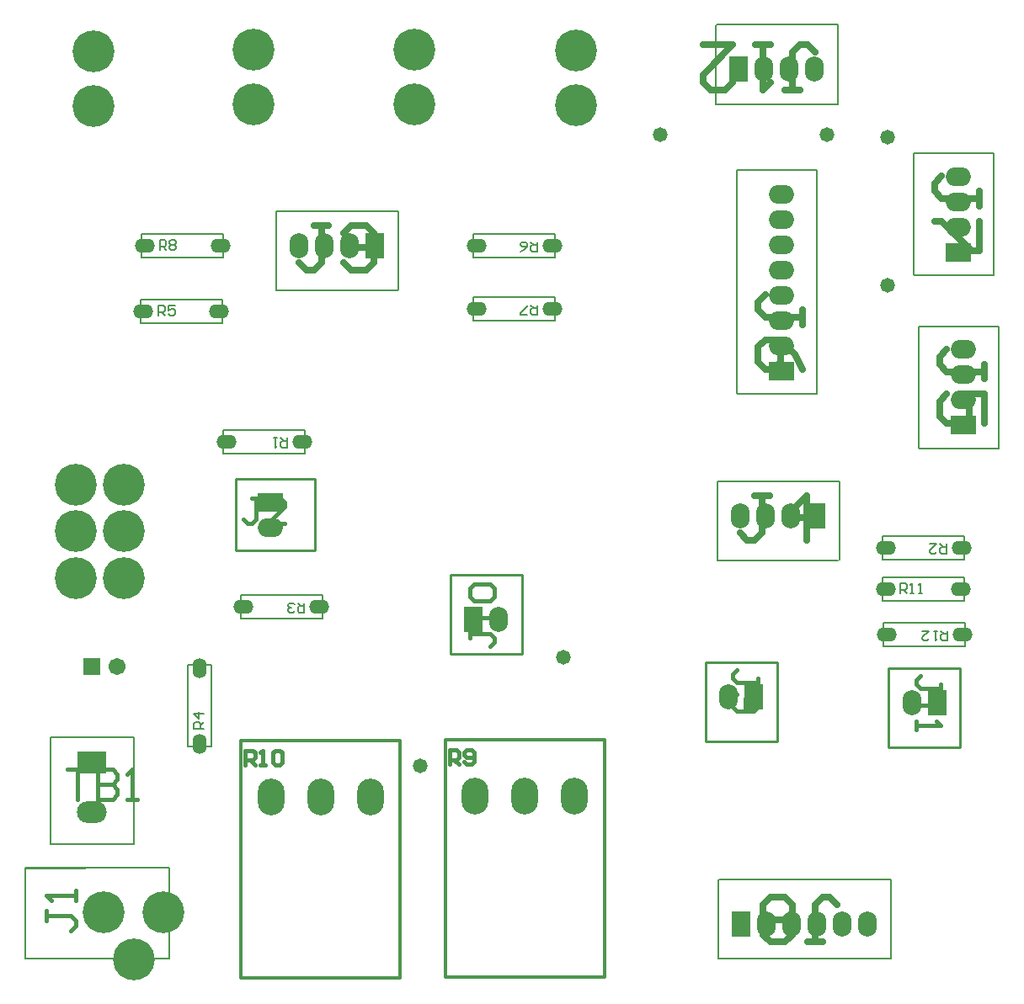
<source format=gbs>
G04*
G04 #@! TF.GenerationSoftware,Altium Limited,Altium Designer,22.5.1 (42)*
G04*
G04 Layer_Color=16711935*
%FSLAX44Y44*%
%MOMM*%
G71*
G04*
G04 #@! TF.SameCoordinates,2238DE84-C422-4DFA-8E31-384DE279FC20*
G04*
G04*
G04 #@! TF.FilePolarity,Negative*
G04*
G01*
G75*
%ADD10C,0.2540*%
%ADD11C,0.2000*%
%ADD12C,0.3000*%
%ADD13C,0.1500*%
%ADD14C,0.4000*%
%ADD15C,0.7000*%
%ADD16C,0.4500*%
%ADD17O,2.0032X1.4032*%
%ADD18O,1.9032X2.5032*%
%ADD19R,1.9032X2.5032*%
%ADD20C,4.2032*%
%ADD21C,1.7032*%
%ADD22R,1.7032X1.7032*%
%ADD23R,2.5032X1.9032*%
%ADD24O,2.5032X1.9032*%
%ADD25O,2.7032X3.7032*%
%ADD26O,1.4032X2.0032*%
%ADD27R,3.0032X2.2032*%
%ADD28O,3.0032X2.2032*%
%ADD29C,1.4732*%
D10*
X946912Y246077D02*
X1019048D01*
Y325579D01*
X946912D02*
X1019048D01*
X946912Y246077D02*
Y325579D01*
X290371Y443992D02*
X369873D01*
X290371D02*
Y516128D01*
X369873D01*
Y443992D02*
Y516128D01*
X762762Y252428D02*
Y331929D01*
X834898D01*
Y252428D02*
Y331929D01*
X762762Y252428D02*
X834898D01*
X578358Y339901D02*
Y419403D01*
X506222Y339901D02*
X578358D01*
X506222D02*
Y419403D01*
X578358D01*
D11*
X941190Y459040D02*
X1023190D01*
X941190Y435040D02*
Y459040D01*
Y435040D02*
X1023190D01*
Y459040D01*
X940810Y393130D02*
X1022810D01*
Y417130D01*
X940810D02*
X1022810D01*
X940810Y393130D02*
Y417130D01*
X941880Y371410D02*
X1023880D01*
X941880Y347410D02*
Y371410D01*
Y347410D02*
X1023880D01*
Y371410D01*
X775330Y33580D02*
Y112580D01*
X776330Y113580D01*
X949330D01*
Y33580D02*
Y113580D01*
X775330Y33580D02*
X949330D01*
X773790Y973370D02*
X895604D01*
Y893370D02*
Y973370D01*
X772790Y893370D02*
Y972370D01*
Y893370D02*
X895604D01*
X774446Y433790D02*
X896260D01*
X774446D02*
Y513790D01*
X897260Y434790D02*
Y513790D01*
X774446D02*
X897260D01*
X331216Y705570D02*
X453030D01*
X331216D02*
Y785570D01*
X454030Y706570D02*
Y785570D01*
X331216D02*
X454030D01*
X266000Y246810D02*
Y328810D01*
X242000D02*
X266000D01*
X242000Y246810D02*
Y328810D01*
Y246810D02*
X266000D01*
X104050Y256240D02*
X188050D01*
Y148990D02*
Y256240D01*
X104050Y148990D02*
X188050D01*
X104050D02*
Y256240D01*
X278250Y565720D02*
X360250D01*
X278250Y541720D02*
Y565720D01*
Y541720D02*
X360250D01*
Y565720D01*
X529710Y699070D02*
X611710D01*
X529710Y675070D02*
Y699070D01*
Y675070D02*
X611710D01*
Y699070D01*
X194740Y672530D02*
X276740D01*
Y696530D01*
X194740D02*
X276740D01*
X194740Y672530D02*
Y696530D01*
X529710Y762570D02*
X611710D01*
X529710Y738570D02*
Y762570D01*
Y738570D02*
X611710D01*
Y762570D01*
X295450Y399350D02*
X377450D01*
X295450Y375350D02*
Y399350D01*
Y375350D02*
X377450D01*
Y399350D01*
X196010Y738570D02*
X278010D01*
Y762570D01*
X196010D02*
X278010D01*
X196010Y738570D02*
Y762570D01*
X78988Y34010D02*
Y124010D01*
Y125010D02*
X223988D01*
X223988Y34010D02*
Y124010D01*
X78988Y34010D02*
X223988D01*
X78988Y124010D02*
X138988D01*
X874470Y601340D02*
Y827024D01*
X795470Y601340D02*
X874470D01*
X794470Y827024D02*
X874470D01*
X794470Y602340D02*
Y827024D01*
X977350Y547730D02*
Y669544D01*
X1057350D01*
X978350Y546730D02*
X1057350D01*
Y669544D01*
X972270Y721720D02*
Y843534D01*
X1052270D01*
X973270Y720720D02*
X1052270D01*
Y843534D01*
D12*
X295920Y253200D02*
X296920D01*
X295920Y14200D02*
Y253200D01*
Y14200D02*
X455920D01*
Y253200D01*
X295920D02*
X455920D01*
X501190Y253850D02*
X502190D01*
X501190Y14850D02*
Y253850D01*
Y14850D02*
X661190D01*
Y253850D01*
X501190D02*
X661190D01*
D13*
X1005190Y451040D02*
Y441043D01*
X1000192D01*
X998525Y442709D01*
Y446042D01*
X1000192Y447708D01*
X1005190D01*
X1001858D02*
X998525Y451040D01*
X988529D02*
X995193D01*
X988529Y444375D01*
Y442709D01*
X990195Y441043D01*
X993527D01*
X995193Y442709D01*
X958810Y401130D02*
Y411127D01*
X963808D01*
X965474Y409461D01*
Y406128D01*
X963808Y404462D01*
X958810D01*
X962142D02*
X965474Y401130D01*
X968807D02*
X972139D01*
X970473D01*
Y411127D01*
X968807Y409461D01*
X977137Y401130D02*
X980470D01*
X978804D01*
Y411127D01*
X977137Y409461D01*
X1005880Y363410D02*
Y353413D01*
X1000882D01*
X999215Y355079D01*
Y358412D01*
X1000882Y360078D01*
X1005880D01*
X1002548D02*
X999215Y363410D01*
X995883D02*
X992551D01*
X994217D01*
Y353413D01*
X995883Y355079D01*
X980888Y363410D02*
X987553D01*
X980888Y356745D01*
Y355079D01*
X982554Y353413D01*
X985886D01*
X987553Y355079D01*
X258000Y264810D02*
X248003D01*
Y269808D01*
X249669Y271474D01*
X253002D01*
X254668Y269808D01*
Y264810D01*
Y268142D02*
X258000Y271474D01*
Y279805D02*
X248003D01*
X253002Y274807D01*
Y281471D01*
X342250Y557720D02*
Y547723D01*
X337252D01*
X335586Y549389D01*
Y552722D01*
X337252Y554388D01*
X342250D01*
X338918D02*
X335586Y557720D01*
X332253D02*
X328921D01*
X330587D01*
Y547723D01*
X332253Y549389D01*
X593710Y691070D02*
Y681073D01*
X588712D01*
X587046Y682739D01*
Y686072D01*
X588712Y687738D01*
X593710D01*
X590378D02*
X587046Y691070D01*
X583713Y681073D02*
X577049D01*
Y682739D01*
X583713Y689404D01*
Y691070D01*
X212740Y680530D02*
Y690527D01*
X217738D01*
X219405Y688861D01*
Y685528D01*
X217738Y683862D01*
X212740D01*
X216072D02*
X219405Y680530D01*
X229401Y690527D02*
X222737D01*
Y685528D01*
X226069Y687195D01*
X227735D01*
X229401Y685528D01*
Y682196D01*
X227735Y680530D01*
X224403D01*
X222737Y682196D01*
X593710Y754570D02*
Y744573D01*
X588712D01*
X587046Y746239D01*
Y749572D01*
X588712Y751238D01*
X593710D01*
X590378D02*
X587046Y754570D01*
X577049Y744573D02*
X580381Y746239D01*
X583713Y749572D01*
Y752904D01*
X582047Y754570D01*
X578715D01*
X577049Y752904D01*
Y751238D01*
X578715Y749572D01*
X583713D01*
X359450Y391350D02*
Y381353D01*
X354452D01*
X352785Y383019D01*
Y386352D01*
X354452Y388018D01*
X359450D01*
X356118D02*
X352785Y391350D01*
X349453Y383019D02*
X347787Y381353D01*
X344455D01*
X342789Y383019D01*
Y384686D01*
X344455Y386352D01*
X346121D01*
X344455D01*
X342789Y388018D01*
Y389684D01*
X344455Y391350D01*
X347787D01*
X349453Y389684D01*
X214010Y746570D02*
Y756567D01*
X219008D01*
X220674Y754901D01*
Y751568D01*
X219008Y749902D01*
X214010D01*
X217342D02*
X220674Y746570D01*
X224007Y754901D02*
X225673Y756567D01*
X229005D01*
X230671Y754901D01*
Y753234D01*
X229005Y751568D01*
X230671Y749902D01*
Y748236D01*
X229005Y746570D01*
X225673D01*
X224007Y748236D01*
Y749902D01*
X225673Y751568D01*
X224007Y753234D01*
Y754901D01*
X225673Y751568D02*
X229005D01*
D14*
X999472Y301169D02*
Y309499D01*
Y305334D01*
X978645D01*
X974480Y309499D01*
Y313665D01*
X978645Y317830D01*
X974480Y292838D02*
Y284507D01*
Y288673D01*
X999472D01*
X995307Y292838D01*
X974480Y272012D02*
Y263681D01*
Y267846D01*
X999472D01*
X995307Y272012D01*
X314781Y496552D02*
X306451D01*
X310616D01*
Y475725D01*
X306451Y471560D01*
X302285D01*
X298120Y475725D01*
X339773Y471560D02*
X323112D01*
X339773Y488221D01*
Y492387D01*
X335608Y496552D01*
X327277D01*
X323112Y492387D01*
X299920Y228200D02*
Y243195D01*
X307418D01*
X309917Y240696D01*
Y235698D01*
X307418Y233198D01*
X299920D01*
X304918D02*
X309917Y228200D01*
X314915D02*
X319914D01*
X317414D01*
Y243195D01*
X314915Y240696D01*
X327411D02*
X329910Y243195D01*
X334909D01*
X337408Y240696D01*
Y230699D01*
X334909Y228200D01*
X329910D01*
X327411Y230699D01*
Y240696D01*
X505190Y228850D02*
Y243845D01*
X512688D01*
X515187Y241346D01*
Y236348D01*
X512688Y233848D01*
X505190D01*
X510188D02*
X515187Y228850D01*
X520185Y231349D02*
X522684Y228850D01*
X527683D01*
X530182Y231349D01*
Y241346D01*
X527683Y243845D01*
X522684D01*
X520185Y241346D01*
Y238847D01*
X522684Y236348D01*
X530182D01*
X815322Y307519D02*
Y315849D01*
Y311684D01*
X794495D01*
X790330Y315849D01*
Y320015D01*
X794495Y324180D01*
Y299188D02*
X790330Y295023D01*
Y286692D01*
X794495Y282527D01*
X811157D01*
X815322Y286692D01*
Y295023D01*
X811157Y299188D01*
X806991D01*
X802826Y295023D01*
Y282527D01*
X525798Y364311D02*
Y355981D01*
Y360146D01*
X546625D01*
X550790Y355981D01*
Y351815D01*
X546625Y347650D01*
X550790Y372642D02*
Y380973D01*
Y376807D01*
X525798D01*
X529963Y372642D01*
Y393469D02*
X525798Y397634D01*
Y405965D01*
X529963Y410130D01*
X546625D01*
X550790Y405965D01*
Y397634D01*
X546625Y393469D01*
X529963D01*
D15*
X865360Y50265D02*
X880355D01*
X872857D01*
Y87752D01*
X880355Y95250D01*
X887852D01*
X895350Y87752D01*
X850365Y57762D02*
X842867Y50265D01*
X827872D01*
X820374Y57762D01*
Y65260D01*
X827872Y72757D01*
X820374Y80255D01*
Y87752D01*
X827872Y95250D01*
X842867D01*
X850365Y87752D01*
Y80255D01*
X842867Y72757D01*
X850365Y65260D01*
Y57762D01*
X842867Y72757D02*
X827872D01*
X842754Y907768D02*
X857749D01*
X850251D01*
Y945256D01*
X857749Y952754D01*
X865246D01*
X872744Y945256D01*
X827758Y952754D02*
X812763D01*
X820261D01*
Y907768D01*
X827758Y915266D01*
X760280Y952754D02*
X790271D01*
X760280Y922764D01*
Y915266D01*
X767778Y907768D01*
X782773D01*
X790271Y915266D01*
X827296Y499392D02*
X812301D01*
X819799D01*
Y461904D01*
X812301Y454406D01*
X804804D01*
X797306Y461904D01*
X864784Y454406D02*
Y499392D01*
X842291Y476899D01*
X872282D01*
X384066Y771171D02*
X369071D01*
X376569D01*
Y733684D01*
X369071Y726186D01*
X361574D01*
X354076Y733684D01*
X399062Y763674D02*
X406559Y771171D01*
X421554D01*
X429052Y763674D01*
Y756176D01*
X421554Y748679D01*
X414057D01*
X421554D01*
X429052Y741181D01*
Y733684D01*
X421554Y726186D01*
X406559D01*
X399062Y733684D01*
X860455Y671350D02*
Y686345D01*
Y678847D01*
X822968D01*
X815470Y686345D01*
Y693842D01*
X822968Y701340D01*
X860455Y626364D02*
X852958Y641359D01*
X837963Y656355D01*
X822968D01*
X815470Y648857D01*
Y633862D01*
X822968Y626364D01*
X830465D01*
X837963Y633862D01*
Y656355D01*
X1042952Y616694D02*
Y631689D01*
Y624191D01*
X1005464D01*
X997966Y631689D01*
Y639186D01*
X1005464Y646684D01*
X1042952Y571708D02*
Y601698D01*
X1020459D01*
X1027956Y586703D01*
Y579206D01*
X1020459Y571708D01*
X1005464D01*
X997966Y579206D01*
Y594201D01*
X1005464Y601698D01*
X1037871Y790684D02*
Y805679D01*
Y798181D01*
X1000384D01*
X992886Y805679D01*
Y813176D01*
X1000384Y820674D01*
X1037871Y775688D02*
Y745698D01*
X1030374D01*
X1000384Y775688D01*
X992886D01*
D16*
X121550Y223980D02*
X141544D01*
X131547D01*
Y193990D01*
X151540Y223980D02*
Y193990D01*
X166535D01*
X171534Y198988D01*
Y203987D01*
X166535Y208985D01*
X151540D01*
X166535D01*
X171534Y213983D01*
Y218982D01*
X166535Y223980D01*
X151540D01*
X181531Y193990D02*
X191527D01*
X186529D01*
Y223980D01*
X181531Y218982D01*
X99998Y82003D02*
Y72007D01*
Y77005D01*
X124990D01*
X129988Y72007D01*
Y67008D01*
X124990Y62010D01*
X129988Y92000D02*
Y101997D01*
Y96999D01*
X99998D01*
X104996Y92000D01*
D17*
X1020190Y447040D02*
D03*
X944190D02*
D03*
X943810Y405130D02*
D03*
X1019810D02*
D03*
X1020880Y359410D02*
D03*
X944880D02*
D03*
X357250Y553720D02*
D03*
X281250D02*
D03*
X608710Y687070D02*
D03*
X532710D02*
D03*
X197740Y684530D02*
D03*
X273740D02*
D03*
X608710Y750570D02*
D03*
X532710D02*
D03*
X374450Y387350D02*
D03*
X298450D02*
D03*
X199010Y750570D02*
D03*
X275010D02*
D03*
D18*
X970280Y290830D02*
D03*
X824230Y68580D02*
D03*
X849630D02*
D03*
X875030D02*
D03*
X900430D02*
D03*
X925830D02*
D03*
X821690Y928370D02*
D03*
X847090D02*
D03*
X872490D02*
D03*
X848360Y478790D02*
D03*
X822960D02*
D03*
X797560D02*
D03*
X405130Y750570D02*
D03*
X379730D02*
D03*
X354330D02*
D03*
X786130Y297180D02*
D03*
X554990Y374650D02*
D03*
D19*
X995680Y290830D02*
D03*
X798830Y68580D02*
D03*
X796290Y928370D02*
D03*
X873760Y478790D02*
D03*
X430530Y750570D02*
D03*
X811530Y297180D02*
D03*
X529590Y374650D02*
D03*
D20*
X129540Y510550D02*
D03*
X177540D02*
D03*
X129540Y463550D02*
D03*
Y416550D02*
D03*
X177540Y463550D02*
D03*
Y416550D02*
D03*
X308610Y947810D02*
D03*
Y892810D02*
D03*
X147320Y946150D02*
D03*
Y891150D02*
D03*
X632460Y947420D02*
D03*
Y892420D02*
D03*
X469900Y947810D02*
D03*
Y892810D02*
D03*
X187988Y33010D02*
D03*
X217988Y80010D02*
D03*
X157988D02*
D03*
D21*
X171450Y327660D02*
D03*
D22*
X146050D02*
D03*
D23*
X325120Y492760D02*
D03*
X839470Y624840D02*
D03*
X1022350Y570230D02*
D03*
X1017270Y744220D02*
D03*
D24*
X325120Y467360D02*
D03*
X839470Y726440D02*
D03*
Y701040D02*
D03*
Y675640D02*
D03*
Y650240D02*
D03*
Y751840D02*
D03*
Y777240D02*
D03*
Y802640D02*
D03*
X1022350Y595630D02*
D03*
Y621030D02*
D03*
Y646430D02*
D03*
X1017270Y769620D02*
D03*
Y795020D02*
D03*
Y820420D02*
D03*
D25*
X325920Y196200D02*
D03*
X425920D02*
D03*
X375920D02*
D03*
X531190Y196850D02*
D03*
X631190D02*
D03*
X581190D02*
D03*
D26*
X254000Y249810D02*
D03*
Y325810D02*
D03*
D27*
X146050Y230740D02*
D03*
D28*
Y180740D02*
D03*
D29*
X885190Y862330D02*
D03*
X717550D02*
D03*
X619760Y336550D02*
D03*
X946150Y859790D02*
D03*
Y711200D02*
D03*
X476250Y227330D02*
D03*
M02*

</source>
